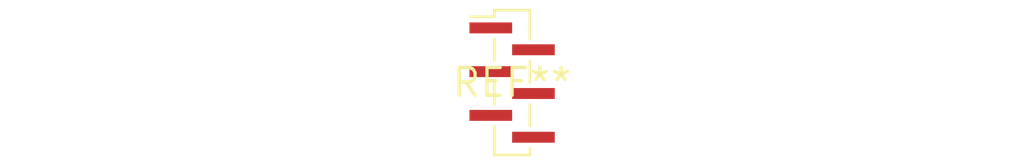
<source format=kicad_pcb>
(kicad_pcb (version 20240108) (generator pcbnew)
  (layers (0 "F.Cu" signal) (31 "B.Cu" signal) (34 "B.Paste" user) (35 "F.Paste" user) (36 "B.SilkS" user "B.Silkscreen") (37 "F.SilkS" user "F.Silkscreen") (38 "B.Mask" user) (39 "F.Mask" user) (44 "Edge.Cuts" user))
  (net 0 "")
  (footprint "PinSocket_1x06_P1.00mm_Vertical_SMD_Pin1Left" (layer "F.Cu") (at 0 0)
    (property "Reference" "REF**")
    (property "Value" "PinSocket_1x06_P1.00mm_Vertical_SMD_Pin1Left")
    (fp_line (start -1.89 -3.01) (end -0.81 -3.01) (layer "F.SilkS") (stroke (width 0.12)))
    (fp_line (start -0.81 -3.31) (end -0.81 -3.01) (layer "F.SilkS") (stroke (width 0.12)))
    (fp_line (start -0.81 -3.31) (end 0.81 -3.31) (layer "F.SilkS") (stroke (width 0.12)))
    (fp_line (start -0.81 -1.99) (end -0.81 -1.01) (layer "F.SilkS") (stroke (width 0.12)))
    (fp_line (start -0.81 0.01) (end -0.81 0.99) (layer "F.SilkS") (stroke (width 0.12)))
    (fp_line (start -0.81 2.01) (end -0.81 3.31) (layer "F.SilkS") (stroke (width 0.12)))
    (fp_line (start -0.81 3.31) (end 0.81 3.31) (layer "F.SilkS") (stroke (width 0.12)))
    (fp_line (start 0.81 -3.31) (end 0.81 -2.01) (layer "F.SilkS") (stroke (width 0.12)))
    (fp_line (start 0.81 -0.99) (end 0.81 -0.01) (layer "F.SilkS") (stroke (width 0.12)))
    (fp_line (start 0.81 1.01) (end 0.81 1.99) (layer "F.SilkS") (stroke (width 0.12)))
    (fp_line (start 0.81 3.01) (end 0.81 3.31) (layer "F.SilkS") (stroke (width 0.12)))
    (pad "1" smd rect (at -0.975 -2.5) (size 1.95 0.5) (layers "F.Cu" "F.Paste" "F.Mask"))
    (pad "2" smd rect (at 0.975 -1.5) (size 1.95 0.5) (layers "F.Cu" "F.Paste" "F.Mask"))
    (pad "3" smd rect (at -0.975 -0.5) (size 1.95 0.5) (layers "F.Cu" "F.Paste" "F.Mask"))
    (pad "4" smd rect (at 0.975 0.5) (size 1.95 0.5) (layers "F.Cu" "F.Paste" "F.Mask"))
    (pad "5" smd rect (at -0.975 1.5) (size 1.95 0.5) (layers "F.Cu" "F.Paste" "F.Mask"))
    (pad "6" smd rect (at 0.975 2.5) (size 1.95 0.5) (layers "F.Cu" "F.Paste" "F.Mask"))
  )
)
</source>
